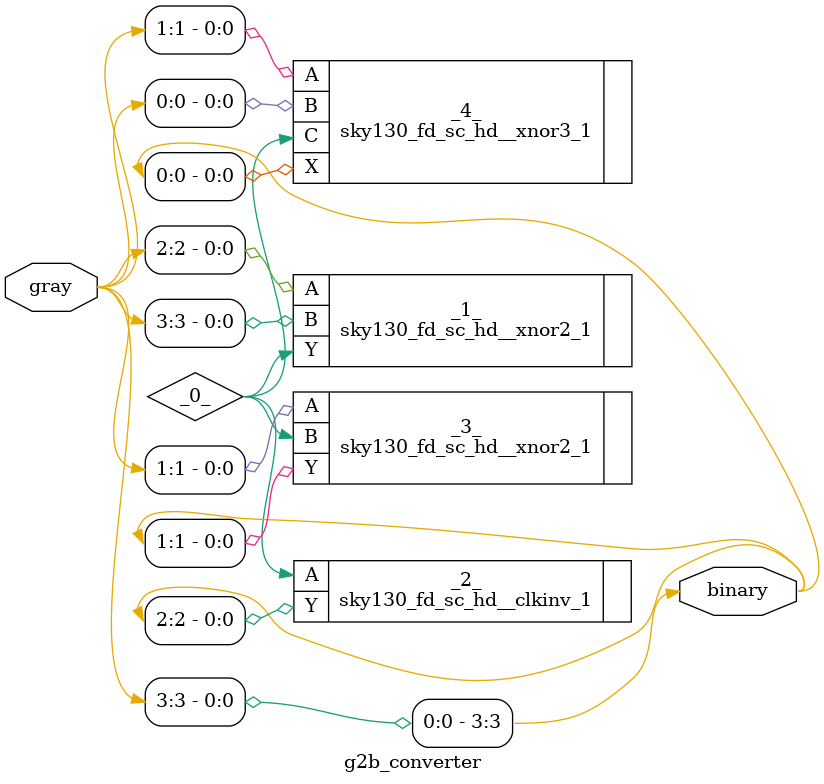
<source format=v>
/* Generated by Yosys 0.33 (git sha1 2584903a060) */

/* top =  1  */
/* src = "g2b_converter.v:1.1-9.10" */
module g2b_converter(gray, binary);
  wire _0_;
  /* src = "g2b_converter.v:3.13-3.19" */
  output [3:0] binary;
  wire [3:0] binary;
  /* src = "g2b_converter.v:2.12-2.16" */
  input [3:0] gray;
  wire [3:0] gray;
  sky130_fd_sc_hd__xnor2_1 _1_ (
    .A(gray[2]),
    .B(gray[3]),
    .Y(_0_)
  );
  sky130_fd_sc_hd__clkinv_1 _2_ (
    .A(_0_),
    .Y(binary[2])
  );
  sky130_fd_sc_hd__xnor2_1 _3_ (
    .A(gray[1]),
    .B(_0_),
    .Y(binary[1])
  );
  sky130_fd_sc_hd__xnor3_1 _4_ (
    .A(gray[1]),
    .B(gray[0]),
    .C(_0_),
    .X(binary[0])
  );
  assign binary[3] = gray[3];
endmodule

</source>
